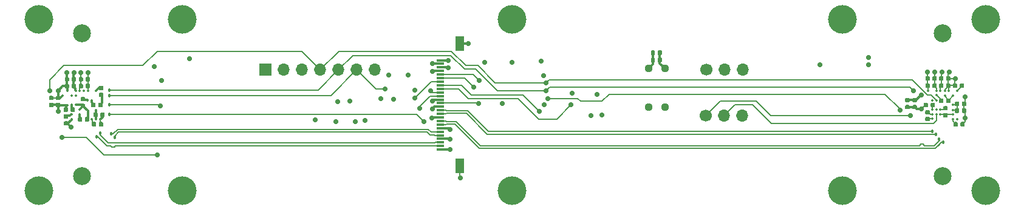
<source format=gbr>
G04 #@! TF.GenerationSoftware,KiCad,Pcbnew,5.99.0-unknown-3cd1208~100~ubuntu18.04.1*
G04 #@! TF.CreationDate,2019-09-26T13:34:42+08:00*
G04 #@! TF.ProjectId,external_camera,65787465-726e-4616-9c5f-63616d657261,rev?*
G04 #@! TF.SameCoordinates,Original*
G04 #@! TF.FileFunction,Copper,L6,Bot*
G04 #@! TF.FilePolarity,Positive*
%FSLAX46Y46*%
G04 Gerber Fmt 4.6, Leading zero omitted, Abs format (unit mm)*
G04 Created by KiCad (PCBNEW 5.99.0-unknown-3cd1208~100~ubuntu18.04.1) date 2019-09-26 13:34:42*
%MOMM*%
%LPD*%
G04 APERTURE LIST*
%ADD10O,1.700000X1.700000*%
%ADD11C,1.700000*%
%ADD12C,0.100000*%
%ADD13C,0.590000*%
%ADD14C,1.120000*%
%ADD15R,1.700000X1.700000*%
%ADD16C,2.500000*%
%ADD17R,1.300000X2.000000*%
%ADD18R,1.000000X0.300000*%
%ADD19C,0.711200*%
%ADD20C,0.355600*%
%ADD21C,0.457200*%
%ADD22C,4.000000*%
%ADD23C,0.203200*%
%ADD24C,0.304800*%
%ADD25C,0.152400*%
%ADD26C,0.177800*%
G04 APERTURE END LIST*
D10*
X137160000Y-85090000D03*
X134620000Y-85090000D03*
D11*
X132080000Y-85090000D03*
D12*
G36*
X124818946Y-83386228D02*
G01*
X124866798Y-83418202D01*
X124898772Y-83466054D01*
X124910000Y-83522500D01*
X124910000Y-83867500D01*
X124898772Y-83923946D01*
X124866798Y-83971798D01*
X124818946Y-84003772D01*
X124762500Y-84015000D01*
X124467500Y-84015000D01*
X124411054Y-84003772D01*
X124363202Y-83971798D01*
X124331228Y-83923946D01*
X124320000Y-83867500D01*
X124320000Y-83522500D01*
X124331228Y-83466054D01*
X124363202Y-83418202D01*
X124411054Y-83386228D01*
X124467500Y-83375000D01*
X124762500Y-83375000D01*
X124818946Y-83386228D01*
X124818946Y-83386228D01*
G37*
D13*
X124615000Y-83695000D03*
D12*
G36*
X125788946Y-83386228D02*
G01*
X125836798Y-83418202D01*
X125868772Y-83466054D01*
X125880000Y-83522500D01*
X125880000Y-83867500D01*
X125868772Y-83923946D01*
X125836798Y-83971798D01*
X125788946Y-84003772D01*
X125732500Y-84015000D01*
X125437500Y-84015000D01*
X125381054Y-84003772D01*
X125333202Y-83971798D01*
X125301228Y-83923946D01*
X125290000Y-83867500D01*
X125290000Y-83522500D01*
X125301228Y-83466054D01*
X125333202Y-83418202D01*
X125381054Y-83386228D01*
X125437500Y-83375000D01*
X125732500Y-83375000D01*
X125788946Y-83386228D01*
X125788946Y-83386228D01*
G37*
D13*
X125585000Y-83695000D03*
D12*
G36*
X124818946Y-82386228D02*
G01*
X124866798Y-82418202D01*
X124898772Y-82466054D01*
X124910000Y-82522500D01*
X124910000Y-82867500D01*
X124898772Y-82923946D01*
X124866798Y-82971798D01*
X124818946Y-83003772D01*
X124762500Y-83015000D01*
X124467500Y-83015000D01*
X124411054Y-83003772D01*
X124363202Y-82971798D01*
X124331228Y-82923946D01*
X124320000Y-82867500D01*
X124320000Y-82522500D01*
X124331228Y-82466054D01*
X124363202Y-82418202D01*
X124411054Y-82386228D01*
X124467500Y-82375000D01*
X124762500Y-82375000D01*
X124818946Y-82386228D01*
X124818946Y-82386228D01*
G37*
D13*
X124615000Y-82695000D03*
D12*
G36*
X125788946Y-82386228D02*
G01*
X125836798Y-82418202D01*
X125868772Y-82466054D01*
X125880000Y-82522500D01*
X125880000Y-82867500D01*
X125868772Y-82923946D01*
X125836798Y-82971798D01*
X125788946Y-83003772D01*
X125732500Y-83015000D01*
X125437500Y-83015000D01*
X125381054Y-83003772D01*
X125333202Y-82971798D01*
X125301228Y-82923946D01*
X125290000Y-82867500D01*
X125290000Y-82522500D01*
X125301228Y-82466054D01*
X125333202Y-82418202D01*
X125381054Y-82386228D01*
X125437500Y-82375000D01*
X125732500Y-82375000D01*
X125788946Y-82386228D01*
X125788946Y-82386228D01*
G37*
D13*
X125585000Y-82695000D03*
D14*
X126267436Y-84902272D03*
X124032564Y-84902272D03*
X126267436Y-90297728D03*
X124032564Y-90297728D03*
D10*
X85852000Y-85090000D03*
X83312000Y-85090000D03*
X80772000Y-85090000D03*
X78232000Y-85090000D03*
X75692000Y-85090000D03*
X73152000Y-85090000D03*
D15*
X70612000Y-85090000D03*
D10*
X137080000Y-91500000D03*
X134540000Y-91500000D03*
D11*
X132000000Y-91500000D03*
D12*
G36*
X165628946Y-90181228D02*
G01*
X165676798Y-90213202D01*
X165708772Y-90261054D01*
X165720000Y-90317500D01*
X165720000Y-90612500D01*
X165708772Y-90668946D01*
X165676798Y-90716798D01*
X165628946Y-90748772D01*
X165572500Y-90760000D01*
X165227500Y-90760000D01*
X165171054Y-90748772D01*
X165123202Y-90716798D01*
X165091228Y-90668946D01*
X165080000Y-90612500D01*
X165080000Y-90317500D01*
X165091228Y-90261054D01*
X165123202Y-90213202D01*
X165171054Y-90181228D01*
X165227500Y-90170000D01*
X165572500Y-90170000D01*
X165628946Y-90181228D01*
X165628946Y-90181228D01*
G37*
D13*
X165400000Y-90465000D03*
D12*
G36*
X165628946Y-91151228D02*
G01*
X165676798Y-91183202D01*
X165708772Y-91231054D01*
X165720000Y-91287500D01*
X165720000Y-91582500D01*
X165708772Y-91638946D01*
X165676798Y-91686798D01*
X165628946Y-91718772D01*
X165572500Y-91730000D01*
X165227500Y-91730000D01*
X165171054Y-91718772D01*
X165123202Y-91686798D01*
X165091228Y-91638946D01*
X165080000Y-91582500D01*
X165080000Y-91287500D01*
X165091228Y-91231054D01*
X165123202Y-91183202D01*
X165171054Y-91151228D01*
X165227500Y-91140000D01*
X165572500Y-91140000D01*
X165628946Y-91151228D01*
X165628946Y-91151228D01*
G37*
D13*
X165400000Y-91435000D03*
D12*
G36*
X165988946Y-86991228D02*
G01*
X166036798Y-87023202D01*
X166068772Y-87071054D01*
X166080000Y-87127500D01*
X166080000Y-87472500D01*
X166068772Y-87528946D01*
X166036798Y-87576798D01*
X165988946Y-87608772D01*
X165932500Y-87620000D01*
X165637500Y-87620000D01*
X165581054Y-87608772D01*
X165533202Y-87576798D01*
X165501228Y-87528946D01*
X165490000Y-87472500D01*
X165490000Y-87127500D01*
X165501228Y-87071054D01*
X165533202Y-87023202D01*
X165581054Y-86991228D01*
X165637500Y-86980000D01*
X165932500Y-86980000D01*
X165988946Y-86991228D01*
X165988946Y-86991228D01*
G37*
D13*
X165785000Y-87300000D03*
D12*
G36*
X165018946Y-86991228D02*
G01*
X165066798Y-87023202D01*
X165098772Y-87071054D01*
X165110000Y-87127500D01*
X165110000Y-87472500D01*
X165098772Y-87528946D01*
X165066798Y-87576798D01*
X165018946Y-87608772D01*
X164962500Y-87620000D01*
X164667500Y-87620000D01*
X164611054Y-87608772D01*
X164563202Y-87576798D01*
X164531228Y-87528946D01*
X164520000Y-87472500D01*
X164520000Y-87127500D01*
X164531228Y-87071054D01*
X164563202Y-87023202D01*
X164611054Y-86991228D01*
X164667500Y-86980000D01*
X164962500Y-86980000D01*
X165018946Y-86991228D01*
X165018946Y-86991228D01*
G37*
D13*
X164815000Y-87300000D03*
D12*
G36*
X165018946Y-89091228D02*
G01*
X165066798Y-89123202D01*
X165098772Y-89171054D01*
X165110000Y-89227500D01*
X165110000Y-89572500D01*
X165098772Y-89628946D01*
X165066798Y-89676798D01*
X165018946Y-89708772D01*
X164962500Y-89720000D01*
X164667500Y-89720000D01*
X164611054Y-89708772D01*
X164563202Y-89676798D01*
X164531228Y-89628946D01*
X164520000Y-89572500D01*
X164520000Y-89227500D01*
X164531228Y-89171054D01*
X164563202Y-89123202D01*
X164611054Y-89091228D01*
X164667500Y-89080000D01*
X164962500Y-89080000D01*
X165018946Y-89091228D01*
X165018946Y-89091228D01*
G37*
D13*
X164815000Y-89400000D03*
D12*
G36*
X165988946Y-89091228D02*
G01*
X166036798Y-89123202D01*
X166068772Y-89171054D01*
X166080000Y-89227500D01*
X166080000Y-89572500D01*
X166068772Y-89628946D01*
X166036798Y-89676798D01*
X165988946Y-89708772D01*
X165932500Y-89720000D01*
X165637500Y-89720000D01*
X165581054Y-89708772D01*
X165533202Y-89676798D01*
X165501228Y-89628946D01*
X165490000Y-89572500D01*
X165490000Y-89227500D01*
X165501228Y-89171054D01*
X165533202Y-89123202D01*
X165581054Y-89091228D01*
X165637500Y-89080000D01*
X165932500Y-89080000D01*
X165988946Y-89091228D01*
X165988946Y-89091228D01*
G37*
D13*
X165785000Y-89400000D03*
D12*
G36*
X165988946Y-85991228D02*
G01*
X166036798Y-86023202D01*
X166068772Y-86071054D01*
X166080000Y-86127500D01*
X166080000Y-86472500D01*
X166068772Y-86528946D01*
X166036798Y-86576798D01*
X165988946Y-86608772D01*
X165932500Y-86620000D01*
X165637500Y-86620000D01*
X165581054Y-86608772D01*
X165533202Y-86576798D01*
X165501228Y-86528946D01*
X165490000Y-86472500D01*
X165490000Y-86127500D01*
X165501228Y-86071054D01*
X165533202Y-86023202D01*
X165581054Y-85991228D01*
X165637500Y-85980000D01*
X165932500Y-85980000D01*
X165988946Y-85991228D01*
X165988946Y-85991228D01*
G37*
D13*
X165785000Y-86300000D03*
D12*
G36*
X165018946Y-85991228D02*
G01*
X165066798Y-86023202D01*
X165098772Y-86071054D01*
X165110000Y-86127500D01*
X165110000Y-86472500D01*
X165098772Y-86528946D01*
X165066798Y-86576798D01*
X165018946Y-86608772D01*
X164962500Y-86620000D01*
X164667500Y-86620000D01*
X164611054Y-86608772D01*
X164563202Y-86576798D01*
X164531228Y-86528946D01*
X164520000Y-86472500D01*
X164520000Y-86127500D01*
X164531228Y-86071054D01*
X164563202Y-86023202D01*
X164611054Y-85991228D01*
X164667500Y-85980000D01*
X164962500Y-85980000D01*
X165018946Y-85991228D01*
X165018946Y-85991228D01*
G37*
D13*
X164815000Y-86300000D03*
D12*
G36*
X167988946Y-92391228D02*
G01*
X168036798Y-92423202D01*
X168068772Y-92471054D01*
X168080000Y-92527500D01*
X168080000Y-92872500D01*
X168068772Y-92928946D01*
X168036798Y-92976798D01*
X167988946Y-93008772D01*
X167932500Y-93020000D01*
X167637500Y-93020000D01*
X167581054Y-93008772D01*
X167533202Y-92976798D01*
X167501228Y-92928946D01*
X167490000Y-92872500D01*
X167490000Y-92527500D01*
X167501228Y-92471054D01*
X167533202Y-92423202D01*
X167581054Y-92391228D01*
X167637500Y-92380000D01*
X167932500Y-92380000D01*
X167988946Y-92391228D01*
X167988946Y-92391228D01*
G37*
D13*
X167785000Y-92700000D03*
D12*
G36*
X167018946Y-92391228D02*
G01*
X167066798Y-92423202D01*
X167098772Y-92471054D01*
X167110000Y-92527500D01*
X167110000Y-92872500D01*
X167098772Y-92928946D01*
X167066798Y-92976798D01*
X167018946Y-93008772D01*
X166962500Y-93020000D01*
X166667500Y-93020000D01*
X166611054Y-93008772D01*
X166563202Y-92976798D01*
X166531228Y-92928946D01*
X166520000Y-92872500D01*
X166520000Y-92527500D01*
X166531228Y-92471054D01*
X166563202Y-92423202D01*
X166611054Y-92391228D01*
X166667500Y-92380000D01*
X166962500Y-92380000D01*
X167018946Y-92391228D01*
X167018946Y-92391228D01*
G37*
D13*
X166815000Y-92700000D03*
D12*
G36*
X163128946Y-91701228D02*
G01*
X163176798Y-91733202D01*
X163208772Y-91781054D01*
X163220000Y-91837500D01*
X163220000Y-92132500D01*
X163208772Y-92188946D01*
X163176798Y-92236798D01*
X163128946Y-92268772D01*
X163072500Y-92280000D01*
X162727500Y-92280000D01*
X162671054Y-92268772D01*
X162623202Y-92236798D01*
X162591228Y-92188946D01*
X162580000Y-92132500D01*
X162580000Y-91837500D01*
X162591228Y-91781054D01*
X162623202Y-91733202D01*
X162671054Y-91701228D01*
X162727500Y-91690000D01*
X163072500Y-91690000D01*
X163128946Y-91701228D01*
X163128946Y-91701228D01*
G37*
D13*
X162900000Y-91985000D03*
D12*
G36*
X163128946Y-90731228D02*
G01*
X163176798Y-90763202D01*
X163208772Y-90811054D01*
X163220000Y-90867500D01*
X163220000Y-91162500D01*
X163208772Y-91218946D01*
X163176798Y-91266798D01*
X163128946Y-91298772D01*
X163072500Y-91310000D01*
X162727500Y-91310000D01*
X162671054Y-91298772D01*
X162623202Y-91266798D01*
X162591228Y-91218946D01*
X162580000Y-91162500D01*
X162580000Y-90867500D01*
X162591228Y-90811054D01*
X162623202Y-90763202D01*
X162671054Y-90731228D01*
X162727500Y-90720000D01*
X163072500Y-90720000D01*
X163128946Y-90731228D01*
X163128946Y-90731228D01*
G37*
D13*
X162900000Y-91015000D03*
D12*
G36*
X166918946Y-86991228D02*
G01*
X166966798Y-87023202D01*
X166998772Y-87071054D01*
X167010000Y-87127500D01*
X167010000Y-87472500D01*
X166998772Y-87528946D01*
X166966798Y-87576798D01*
X166918946Y-87608772D01*
X166862500Y-87620000D01*
X166567500Y-87620000D01*
X166511054Y-87608772D01*
X166463202Y-87576798D01*
X166431228Y-87528946D01*
X166420000Y-87472500D01*
X166420000Y-87127500D01*
X166431228Y-87071054D01*
X166463202Y-87023202D01*
X166511054Y-86991228D01*
X166567500Y-86980000D01*
X166862500Y-86980000D01*
X166918946Y-86991228D01*
X166918946Y-86991228D01*
G37*
D13*
X166715000Y-87300000D03*
D12*
G36*
X167888946Y-86991228D02*
G01*
X167936798Y-87023202D01*
X167968772Y-87071054D01*
X167980000Y-87127500D01*
X167980000Y-87472500D01*
X167968772Y-87528946D01*
X167936798Y-87576798D01*
X167888946Y-87608772D01*
X167832500Y-87620000D01*
X167537500Y-87620000D01*
X167481054Y-87608772D01*
X167433202Y-87576798D01*
X167401228Y-87528946D01*
X167390000Y-87472500D01*
X167390000Y-87127500D01*
X167401228Y-87071054D01*
X167433202Y-87023202D01*
X167481054Y-86991228D01*
X167537500Y-86980000D01*
X167832500Y-86980000D01*
X167888946Y-86991228D01*
X167888946Y-86991228D01*
G37*
D13*
X167685000Y-87300000D03*
D12*
G36*
X162868946Y-89691228D02*
G01*
X162916798Y-89723202D01*
X162948772Y-89771054D01*
X162960000Y-89827500D01*
X162960000Y-90172500D01*
X162948772Y-90228946D01*
X162916798Y-90276798D01*
X162868946Y-90308772D01*
X162812500Y-90320000D01*
X162517500Y-90320000D01*
X162461054Y-90308772D01*
X162413202Y-90276798D01*
X162381228Y-90228946D01*
X162370000Y-90172500D01*
X162370000Y-89827500D01*
X162381228Y-89771054D01*
X162413202Y-89723202D01*
X162461054Y-89691228D01*
X162517500Y-89680000D01*
X162812500Y-89680000D01*
X162868946Y-89691228D01*
X162868946Y-89691228D01*
G37*
D13*
X162665000Y-90000000D03*
D12*
G36*
X163838946Y-89691228D02*
G01*
X163886798Y-89723202D01*
X163918772Y-89771054D01*
X163930000Y-89827500D01*
X163930000Y-90172500D01*
X163918772Y-90228946D01*
X163886798Y-90276798D01*
X163838946Y-90308772D01*
X163782500Y-90320000D01*
X163487500Y-90320000D01*
X163431054Y-90308772D01*
X163383202Y-90276798D01*
X163351228Y-90228946D01*
X163340000Y-90172500D01*
X163340000Y-89827500D01*
X163351228Y-89771054D01*
X163383202Y-89723202D01*
X163431054Y-89691228D01*
X163487500Y-89680000D01*
X163782500Y-89680000D01*
X163838946Y-89691228D01*
X163838946Y-89691228D01*
G37*
D13*
X163635000Y-90000000D03*
D12*
G36*
X161328946Y-90016228D02*
G01*
X161376798Y-90048202D01*
X161408772Y-90096054D01*
X161420000Y-90152500D01*
X161420000Y-90447500D01*
X161408772Y-90503946D01*
X161376798Y-90551798D01*
X161328946Y-90583772D01*
X161272500Y-90595000D01*
X160927500Y-90595000D01*
X160871054Y-90583772D01*
X160823202Y-90551798D01*
X160791228Y-90503946D01*
X160780000Y-90447500D01*
X160780000Y-90152500D01*
X160791228Y-90096054D01*
X160823202Y-90048202D01*
X160871054Y-90016228D01*
X160927500Y-90005000D01*
X161272500Y-90005000D01*
X161328946Y-90016228D01*
X161328946Y-90016228D01*
G37*
D13*
X161100000Y-90300000D03*
D12*
G36*
X161328946Y-89046228D02*
G01*
X161376798Y-89078202D01*
X161408772Y-89126054D01*
X161420000Y-89182500D01*
X161420000Y-89477500D01*
X161408772Y-89533946D01*
X161376798Y-89581798D01*
X161328946Y-89613772D01*
X161272500Y-89625000D01*
X160927500Y-89625000D01*
X160871054Y-89613772D01*
X160823202Y-89581798D01*
X160791228Y-89533946D01*
X160780000Y-89477500D01*
X160780000Y-89182500D01*
X160791228Y-89126054D01*
X160823202Y-89078202D01*
X160871054Y-89046228D01*
X160927500Y-89035000D01*
X161272500Y-89035000D01*
X161328946Y-89046228D01*
X161328946Y-89046228D01*
G37*
D13*
X161100000Y-89330000D03*
D12*
G36*
X168188946Y-89536228D02*
G01*
X168236798Y-89568202D01*
X168268772Y-89616054D01*
X168280000Y-89672500D01*
X168280000Y-90017500D01*
X168268772Y-90073946D01*
X168236798Y-90121798D01*
X168188946Y-90153772D01*
X168132500Y-90165000D01*
X167837500Y-90165000D01*
X167781054Y-90153772D01*
X167733202Y-90121798D01*
X167701228Y-90073946D01*
X167690000Y-90017500D01*
X167690000Y-89672500D01*
X167701228Y-89616054D01*
X167733202Y-89568202D01*
X167781054Y-89536228D01*
X167837500Y-89525000D01*
X168132500Y-89525000D01*
X168188946Y-89536228D01*
X168188946Y-89536228D01*
G37*
D13*
X167985000Y-89845000D03*
D12*
G36*
X167218946Y-89536228D02*
G01*
X167266798Y-89568202D01*
X167298772Y-89616054D01*
X167310000Y-89672500D01*
X167310000Y-90017500D01*
X167298772Y-90073946D01*
X167266798Y-90121798D01*
X167218946Y-90153772D01*
X167162500Y-90165000D01*
X166867500Y-90165000D01*
X166811054Y-90153772D01*
X166763202Y-90121798D01*
X166731228Y-90073946D01*
X166720000Y-90017500D01*
X166720000Y-89672500D01*
X166731228Y-89616054D01*
X166763202Y-89568202D01*
X166811054Y-89536228D01*
X166867500Y-89525000D01*
X167162500Y-89525000D01*
X167218946Y-89536228D01*
X167218946Y-89536228D01*
G37*
D13*
X167015000Y-89845000D03*
D12*
G36*
X164088946Y-86991228D02*
G01*
X164136798Y-87023202D01*
X164168772Y-87071054D01*
X164180000Y-87127500D01*
X164180000Y-87472500D01*
X164168772Y-87528946D01*
X164136798Y-87576798D01*
X164088946Y-87608772D01*
X164032500Y-87620000D01*
X163737500Y-87620000D01*
X163681054Y-87608772D01*
X163633202Y-87576798D01*
X163601228Y-87528946D01*
X163590000Y-87472500D01*
X163590000Y-87127500D01*
X163601228Y-87071054D01*
X163633202Y-87023202D01*
X163681054Y-86991228D01*
X163737500Y-86980000D01*
X164032500Y-86980000D01*
X164088946Y-86991228D01*
X164088946Y-86991228D01*
G37*
D13*
X163885000Y-87300000D03*
D12*
G36*
X163118946Y-86991228D02*
G01*
X163166798Y-87023202D01*
X163198772Y-87071054D01*
X163210000Y-87127500D01*
X163210000Y-87472500D01*
X163198772Y-87528946D01*
X163166798Y-87576798D01*
X163118946Y-87608772D01*
X163062500Y-87620000D01*
X162767500Y-87620000D01*
X162711054Y-87608772D01*
X162663202Y-87576798D01*
X162631228Y-87528946D01*
X162620000Y-87472500D01*
X162620000Y-87127500D01*
X162631228Y-87071054D01*
X162663202Y-87023202D01*
X162711054Y-86991228D01*
X162767500Y-86980000D01*
X163062500Y-86980000D01*
X163118946Y-86991228D01*
X163118946Y-86991228D01*
G37*
D13*
X162915000Y-87300000D03*
D12*
G36*
X160328946Y-90016228D02*
G01*
X160376798Y-90048202D01*
X160408772Y-90096054D01*
X160420000Y-90152500D01*
X160420000Y-90447500D01*
X160408772Y-90503946D01*
X160376798Y-90551798D01*
X160328946Y-90583772D01*
X160272500Y-90595000D01*
X159927500Y-90595000D01*
X159871054Y-90583772D01*
X159823202Y-90551798D01*
X159791228Y-90503946D01*
X159780000Y-90447500D01*
X159780000Y-90152500D01*
X159791228Y-90096054D01*
X159823202Y-90048202D01*
X159871054Y-90016228D01*
X159927500Y-90005000D01*
X160272500Y-90005000D01*
X160328946Y-90016228D01*
X160328946Y-90016228D01*
G37*
D13*
X160100000Y-90300000D03*
D12*
G36*
X160328946Y-89046228D02*
G01*
X160376798Y-89078202D01*
X160408772Y-89126054D01*
X160420000Y-89182500D01*
X160420000Y-89477500D01*
X160408772Y-89533946D01*
X160376798Y-89581798D01*
X160328946Y-89613772D01*
X160272500Y-89625000D01*
X159927500Y-89625000D01*
X159871054Y-89613772D01*
X159823202Y-89581798D01*
X159791228Y-89533946D01*
X159780000Y-89477500D01*
X159780000Y-89182500D01*
X159791228Y-89126054D01*
X159823202Y-89078202D01*
X159871054Y-89046228D01*
X159927500Y-89035000D01*
X160272500Y-89035000D01*
X160328946Y-89046228D01*
X160328946Y-89046228D01*
G37*
D13*
X160100000Y-89330000D03*
D12*
G36*
X168188946Y-90486228D02*
G01*
X168236798Y-90518202D01*
X168268772Y-90566054D01*
X168280000Y-90622500D01*
X168280000Y-90967500D01*
X168268772Y-91023946D01*
X168236798Y-91071798D01*
X168188946Y-91103772D01*
X168132500Y-91115000D01*
X167837500Y-91115000D01*
X167781054Y-91103772D01*
X167733202Y-91071798D01*
X167701228Y-91023946D01*
X167690000Y-90967500D01*
X167690000Y-90622500D01*
X167701228Y-90566054D01*
X167733202Y-90518202D01*
X167781054Y-90486228D01*
X167837500Y-90475000D01*
X168132500Y-90475000D01*
X168188946Y-90486228D01*
X168188946Y-90486228D01*
G37*
D13*
X167985000Y-90795000D03*
D12*
G36*
X167218946Y-90486228D02*
G01*
X167266798Y-90518202D01*
X167298772Y-90566054D01*
X167310000Y-90622500D01*
X167310000Y-90967500D01*
X167298772Y-91023946D01*
X167266798Y-91071798D01*
X167218946Y-91103772D01*
X167162500Y-91115000D01*
X166867500Y-91115000D01*
X166811054Y-91103772D01*
X166763202Y-91071798D01*
X166731228Y-91023946D01*
X166720000Y-90967500D01*
X166720000Y-90622500D01*
X166731228Y-90566054D01*
X166763202Y-90518202D01*
X166811054Y-90486228D01*
X166867500Y-90475000D01*
X167162500Y-90475000D01*
X167218946Y-90486228D01*
X167218946Y-90486228D01*
G37*
D13*
X167015000Y-90795000D03*
D12*
G36*
X164088946Y-85991228D02*
G01*
X164136798Y-86023202D01*
X164168772Y-86071054D01*
X164180000Y-86127500D01*
X164180000Y-86472500D01*
X164168772Y-86528946D01*
X164136798Y-86576798D01*
X164088946Y-86608772D01*
X164032500Y-86620000D01*
X163737500Y-86620000D01*
X163681054Y-86608772D01*
X163633202Y-86576798D01*
X163601228Y-86528946D01*
X163590000Y-86472500D01*
X163590000Y-86127500D01*
X163601228Y-86071054D01*
X163633202Y-86023202D01*
X163681054Y-85991228D01*
X163737500Y-85980000D01*
X164032500Y-85980000D01*
X164088946Y-85991228D01*
X164088946Y-85991228D01*
G37*
D13*
X163885000Y-86300000D03*
D12*
G36*
X163118946Y-85991228D02*
G01*
X163166798Y-86023202D01*
X163198772Y-86071054D01*
X163210000Y-86127500D01*
X163210000Y-86472500D01*
X163198772Y-86528946D01*
X163166798Y-86576798D01*
X163118946Y-86608772D01*
X163062500Y-86620000D01*
X162767500Y-86620000D01*
X162711054Y-86608772D01*
X162663202Y-86576798D01*
X162631228Y-86528946D01*
X162620000Y-86472500D01*
X162620000Y-86127500D01*
X162631228Y-86071054D01*
X162663202Y-86023202D01*
X162711054Y-85991228D01*
X162767500Y-85980000D01*
X163062500Y-85980000D01*
X163118946Y-85991228D01*
X163118946Y-85991228D01*
G37*
D13*
X162915000Y-86300000D03*
D12*
G36*
X45938946Y-91691228D02*
G01*
X45986798Y-91723202D01*
X46018772Y-91771054D01*
X46030000Y-91827500D01*
X46030000Y-92172500D01*
X46018772Y-92228946D01*
X45986798Y-92276798D01*
X45938946Y-92308772D01*
X45882500Y-92320000D01*
X45587500Y-92320000D01*
X45531054Y-92308772D01*
X45483202Y-92276798D01*
X45451228Y-92228946D01*
X45440000Y-92172500D01*
X45440000Y-91827500D01*
X45451228Y-91771054D01*
X45483202Y-91723202D01*
X45531054Y-91691228D01*
X45587500Y-91680000D01*
X45882500Y-91680000D01*
X45938946Y-91691228D01*
X45938946Y-91691228D01*
G37*
D13*
X45735000Y-92000000D03*
D12*
G36*
X44968946Y-91691228D02*
G01*
X45016798Y-91723202D01*
X45048772Y-91771054D01*
X45060000Y-91827500D01*
X45060000Y-92172500D01*
X45048772Y-92228946D01*
X45016798Y-92276798D01*
X44968946Y-92308772D01*
X44912500Y-92320000D01*
X44617500Y-92320000D01*
X44561054Y-92308772D01*
X44513202Y-92276798D01*
X44481228Y-92228946D01*
X44470000Y-92172500D01*
X44470000Y-91827500D01*
X44481228Y-91771054D01*
X44513202Y-91723202D01*
X44561054Y-91691228D01*
X44617500Y-91680000D01*
X44912500Y-91680000D01*
X44968946Y-91691228D01*
X44968946Y-91691228D01*
G37*
D13*
X44765000Y-92000000D03*
D12*
G36*
X47788946Y-89691228D02*
G01*
X47836798Y-89723202D01*
X47868772Y-89771054D01*
X47880000Y-89827500D01*
X47880000Y-90172500D01*
X47868772Y-90228946D01*
X47836798Y-90276798D01*
X47788946Y-90308772D01*
X47732500Y-90320000D01*
X47437500Y-90320000D01*
X47381054Y-90308772D01*
X47333202Y-90276798D01*
X47301228Y-90228946D01*
X47290000Y-90172500D01*
X47290000Y-89827500D01*
X47301228Y-89771054D01*
X47333202Y-89723202D01*
X47381054Y-89691228D01*
X47437500Y-89680000D01*
X47732500Y-89680000D01*
X47788946Y-89691228D01*
X47788946Y-89691228D01*
G37*
D13*
X47585000Y-90000000D03*
D12*
G36*
X46818946Y-89691228D02*
G01*
X46866798Y-89723202D01*
X46898772Y-89771054D01*
X46910000Y-89827500D01*
X46910000Y-90172500D01*
X46898772Y-90228946D01*
X46866798Y-90276798D01*
X46818946Y-90308772D01*
X46762500Y-90320000D01*
X46467500Y-90320000D01*
X46411054Y-90308772D01*
X46363202Y-90276798D01*
X46331228Y-90228946D01*
X46320000Y-90172500D01*
X46320000Y-89827500D01*
X46331228Y-89771054D01*
X46363202Y-89723202D01*
X46411054Y-89691228D01*
X46467500Y-89680000D01*
X46762500Y-89680000D01*
X46818946Y-89691228D01*
X46818946Y-89691228D01*
G37*
D13*
X46615000Y-90000000D03*
D12*
G36*
X47888946Y-92391228D02*
G01*
X47936798Y-92423202D01*
X47968772Y-92471054D01*
X47980000Y-92527500D01*
X47980000Y-92872500D01*
X47968772Y-92928946D01*
X47936798Y-92976798D01*
X47888946Y-93008772D01*
X47832500Y-93020000D01*
X47537500Y-93020000D01*
X47481054Y-93008772D01*
X47433202Y-92976798D01*
X47401228Y-92928946D01*
X47390000Y-92872500D01*
X47390000Y-92527500D01*
X47401228Y-92471054D01*
X47433202Y-92423202D01*
X47481054Y-92391228D01*
X47537500Y-92380000D01*
X47832500Y-92380000D01*
X47888946Y-92391228D01*
X47888946Y-92391228D01*
G37*
D13*
X47685000Y-92700000D03*
D12*
G36*
X46918946Y-92391228D02*
G01*
X46966798Y-92423202D01*
X46998772Y-92471054D01*
X47010000Y-92527500D01*
X47010000Y-92872500D01*
X46998772Y-92928946D01*
X46966798Y-92976798D01*
X46918946Y-93008772D01*
X46862500Y-93020000D01*
X46567500Y-93020000D01*
X46511054Y-93008772D01*
X46463202Y-92976798D01*
X46431228Y-92928946D01*
X46420000Y-92872500D01*
X46420000Y-92527500D01*
X46431228Y-92471054D01*
X46463202Y-92423202D01*
X46511054Y-92391228D01*
X46567500Y-92380000D01*
X46862500Y-92380000D01*
X46918946Y-92391228D01*
X46918946Y-92391228D01*
G37*
D13*
X46715000Y-92700000D03*
D12*
G36*
X42968946Y-90341228D02*
G01*
X43016798Y-90373202D01*
X43048772Y-90421054D01*
X43060000Y-90477500D01*
X43060000Y-90822500D01*
X43048772Y-90878946D01*
X43016798Y-90926798D01*
X42968946Y-90958772D01*
X42912500Y-90970000D01*
X42617500Y-90970000D01*
X42561054Y-90958772D01*
X42513202Y-90926798D01*
X42481228Y-90878946D01*
X42470000Y-90822500D01*
X42470000Y-90477500D01*
X42481228Y-90421054D01*
X42513202Y-90373202D01*
X42561054Y-90341228D01*
X42617500Y-90330000D01*
X42912500Y-90330000D01*
X42968946Y-90341228D01*
X42968946Y-90341228D01*
G37*
D13*
X42765000Y-90650000D03*
D12*
G36*
X43938946Y-90341228D02*
G01*
X43986798Y-90373202D01*
X44018772Y-90421054D01*
X44030000Y-90477500D01*
X44030000Y-90822500D01*
X44018772Y-90878946D01*
X43986798Y-90926798D01*
X43938946Y-90958772D01*
X43882500Y-90970000D01*
X43587500Y-90970000D01*
X43531054Y-90958772D01*
X43483202Y-90926798D01*
X43451228Y-90878946D01*
X43440000Y-90822500D01*
X43440000Y-90477500D01*
X43451228Y-90421054D01*
X43483202Y-90373202D01*
X43531054Y-90341228D01*
X43587500Y-90330000D01*
X43882500Y-90330000D01*
X43938946Y-90341228D01*
X43938946Y-90341228D01*
G37*
D13*
X43735000Y-90650000D03*
D12*
G36*
X45378946Y-89851228D02*
G01*
X45426798Y-89883202D01*
X45458772Y-89931054D01*
X45470000Y-89987500D01*
X45470000Y-90282500D01*
X45458772Y-90338946D01*
X45426798Y-90386798D01*
X45378946Y-90418772D01*
X45322500Y-90430000D01*
X44977500Y-90430000D01*
X44921054Y-90418772D01*
X44873202Y-90386798D01*
X44841228Y-90338946D01*
X44830000Y-90282500D01*
X44830000Y-89987500D01*
X44841228Y-89931054D01*
X44873202Y-89883202D01*
X44921054Y-89851228D01*
X44977500Y-89840000D01*
X45322500Y-89840000D01*
X45378946Y-89851228D01*
X45378946Y-89851228D01*
G37*
D13*
X45150000Y-90135000D03*
D12*
G36*
X45378946Y-88881228D02*
G01*
X45426798Y-88913202D01*
X45458772Y-88961054D01*
X45470000Y-89017500D01*
X45470000Y-89312500D01*
X45458772Y-89368946D01*
X45426798Y-89416798D01*
X45378946Y-89448772D01*
X45322500Y-89460000D01*
X44977500Y-89460000D01*
X44921054Y-89448772D01*
X44873202Y-89416798D01*
X44841228Y-89368946D01*
X44830000Y-89312500D01*
X44830000Y-89017500D01*
X44841228Y-88961054D01*
X44873202Y-88913202D01*
X44921054Y-88881228D01*
X44977500Y-88870000D01*
X45322500Y-88870000D01*
X45378946Y-88881228D01*
X45378946Y-88881228D01*
G37*
D13*
X45150000Y-89165000D03*
D12*
G36*
X47928946Y-88301228D02*
G01*
X47976798Y-88333202D01*
X48008772Y-88381054D01*
X48020000Y-88437500D01*
X48020000Y-88732500D01*
X48008772Y-88788946D01*
X47976798Y-88836798D01*
X47928946Y-88868772D01*
X47872500Y-88880000D01*
X47527500Y-88880000D01*
X47471054Y-88868772D01*
X47423202Y-88836798D01*
X47391228Y-88788946D01*
X47380000Y-88732500D01*
X47380000Y-88437500D01*
X47391228Y-88381054D01*
X47423202Y-88333202D01*
X47471054Y-88301228D01*
X47527500Y-88290000D01*
X47872500Y-88290000D01*
X47928946Y-88301228D01*
X47928946Y-88301228D01*
G37*
D13*
X47700000Y-88585000D03*
D12*
G36*
X47928946Y-87331228D02*
G01*
X47976798Y-87363202D01*
X48008772Y-87411054D01*
X48020000Y-87467500D01*
X48020000Y-87762500D01*
X48008772Y-87818946D01*
X47976798Y-87866798D01*
X47928946Y-87898772D01*
X47872500Y-87910000D01*
X47527500Y-87910000D01*
X47471054Y-87898772D01*
X47423202Y-87866798D01*
X47391228Y-87818946D01*
X47380000Y-87762500D01*
X47380000Y-87467500D01*
X47391228Y-87411054D01*
X47423202Y-87363202D01*
X47471054Y-87331228D01*
X47527500Y-87320000D01*
X47872500Y-87320000D01*
X47928946Y-87331228D01*
X47928946Y-87331228D01*
G37*
D13*
X47700000Y-87615000D03*
D12*
G36*
X46038946Y-87041228D02*
G01*
X46086798Y-87073202D01*
X46118772Y-87121054D01*
X46130000Y-87177500D01*
X46130000Y-87522500D01*
X46118772Y-87578946D01*
X46086798Y-87626798D01*
X46038946Y-87658772D01*
X45982500Y-87670000D01*
X45687500Y-87670000D01*
X45631054Y-87658772D01*
X45583202Y-87626798D01*
X45551228Y-87578946D01*
X45540000Y-87522500D01*
X45540000Y-87177500D01*
X45551228Y-87121054D01*
X45583202Y-87073202D01*
X45631054Y-87041228D01*
X45687500Y-87030000D01*
X45982500Y-87030000D01*
X46038946Y-87041228D01*
X46038946Y-87041228D01*
G37*
D13*
X45835000Y-87350000D03*
D12*
G36*
X45068946Y-87041228D02*
G01*
X45116798Y-87073202D01*
X45148772Y-87121054D01*
X45160000Y-87177500D01*
X45160000Y-87522500D01*
X45148772Y-87578946D01*
X45116798Y-87626798D01*
X45068946Y-87658772D01*
X45012500Y-87670000D01*
X44717500Y-87670000D01*
X44661054Y-87658772D01*
X44613202Y-87626798D01*
X44581228Y-87578946D01*
X44570000Y-87522500D01*
X44570000Y-87177500D01*
X44581228Y-87121054D01*
X44613202Y-87073202D01*
X44661054Y-87041228D01*
X44717500Y-87030000D01*
X45012500Y-87030000D01*
X45068946Y-87041228D01*
X45068946Y-87041228D01*
G37*
D13*
X44865000Y-87350000D03*
D12*
G36*
X41928946Y-89716228D02*
G01*
X41976798Y-89748202D01*
X42008772Y-89796054D01*
X42020000Y-89852500D01*
X42020000Y-90147500D01*
X42008772Y-90203946D01*
X41976798Y-90251798D01*
X41928946Y-90283772D01*
X41872500Y-90295000D01*
X41527500Y-90295000D01*
X41471054Y-90283772D01*
X41423202Y-90251798D01*
X41391228Y-90203946D01*
X41380000Y-90147500D01*
X41380000Y-89852500D01*
X41391228Y-89796054D01*
X41423202Y-89748202D01*
X41471054Y-89716228D01*
X41527500Y-89705000D01*
X41872500Y-89705000D01*
X41928946Y-89716228D01*
X41928946Y-89716228D01*
G37*
D13*
X41700000Y-90000000D03*
D12*
G36*
X41928946Y-88746228D02*
G01*
X41976798Y-88778202D01*
X42008772Y-88826054D01*
X42020000Y-88882500D01*
X42020000Y-89177500D01*
X42008772Y-89233946D01*
X41976798Y-89281798D01*
X41928946Y-89313772D01*
X41872500Y-89325000D01*
X41527500Y-89325000D01*
X41471054Y-89313772D01*
X41423202Y-89281798D01*
X41391228Y-89233946D01*
X41380000Y-89177500D01*
X41380000Y-88882500D01*
X41391228Y-88826054D01*
X41423202Y-88778202D01*
X41471054Y-88746228D01*
X41527500Y-88735000D01*
X41872500Y-88735000D01*
X41928946Y-88746228D01*
X41928946Y-88746228D01*
G37*
D13*
X41700000Y-89030000D03*
D12*
G36*
X48088946Y-91041228D02*
G01*
X48136798Y-91073202D01*
X48168772Y-91121054D01*
X48180000Y-91177500D01*
X48180000Y-91522500D01*
X48168772Y-91578946D01*
X48136798Y-91626798D01*
X48088946Y-91658772D01*
X48032500Y-91670000D01*
X47737500Y-91670000D01*
X47681054Y-91658772D01*
X47633202Y-91626798D01*
X47601228Y-91578946D01*
X47590000Y-91522500D01*
X47590000Y-91177500D01*
X47601228Y-91121054D01*
X47633202Y-91073202D01*
X47681054Y-91041228D01*
X47737500Y-91030000D01*
X48032500Y-91030000D01*
X48088946Y-91041228D01*
X48088946Y-91041228D01*
G37*
D13*
X47885000Y-91350000D03*
D12*
G36*
X47118946Y-91041228D02*
G01*
X47166798Y-91073202D01*
X47198772Y-91121054D01*
X47210000Y-91177500D01*
X47210000Y-91522500D01*
X47198772Y-91578946D01*
X47166798Y-91626798D01*
X47118946Y-91658772D01*
X47062500Y-91670000D01*
X46767500Y-91670000D01*
X46711054Y-91658772D01*
X46663202Y-91626798D01*
X46631228Y-91578946D01*
X46620000Y-91522500D01*
X46620000Y-91177500D01*
X46631228Y-91121054D01*
X46663202Y-91073202D01*
X46711054Y-91041228D01*
X46767500Y-91030000D01*
X47062500Y-91030000D01*
X47118946Y-91041228D01*
X47118946Y-91041228D01*
G37*
D13*
X46915000Y-91350000D03*
D12*
G36*
X44088946Y-87051228D02*
G01*
X44136798Y-87083202D01*
X44168772Y-87131054D01*
X44180000Y-87187500D01*
X44180000Y-87532500D01*
X44168772Y-87588946D01*
X44136798Y-87636798D01*
X44088946Y-87668772D01*
X44032500Y-87680000D01*
X43737500Y-87680000D01*
X43681054Y-87668772D01*
X43633202Y-87636798D01*
X43601228Y-87588946D01*
X43590000Y-87532500D01*
X43590000Y-87187500D01*
X43601228Y-87131054D01*
X43633202Y-87083202D01*
X43681054Y-87051228D01*
X43737500Y-87040000D01*
X44032500Y-87040000D01*
X44088946Y-87051228D01*
X44088946Y-87051228D01*
G37*
D13*
X43885000Y-87360000D03*
D12*
G36*
X43118946Y-87051228D02*
G01*
X43166798Y-87083202D01*
X43198772Y-87131054D01*
X43210000Y-87187500D01*
X43210000Y-87532500D01*
X43198772Y-87588946D01*
X43166798Y-87636798D01*
X43118946Y-87668772D01*
X43062500Y-87680000D01*
X42767500Y-87680000D01*
X42711054Y-87668772D01*
X42663202Y-87636798D01*
X42631228Y-87588946D01*
X42620000Y-87532500D01*
X42620000Y-87187500D01*
X42631228Y-87131054D01*
X42663202Y-87083202D01*
X42711054Y-87051228D01*
X42767500Y-87040000D01*
X43062500Y-87040000D01*
X43118946Y-87051228D01*
X43118946Y-87051228D01*
G37*
D13*
X42915000Y-87360000D03*
D12*
G36*
X46038946Y-86091228D02*
G01*
X46086798Y-86123202D01*
X46118772Y-86171054D01*
X46130000Y-86227500D01*
X46130000Y-86572500D01*
X46118772Y-86628946D01*
X46086798Y-86676798D01*
X46038946Y-86708772D01*
X45982500Y-86720000D01*
X45687500Y-86720000D01*
X45631054Y-86708772D01*
X45583202Y-86676798D01*
X45551228Y-86628946D01*
X45540000Y-86572500D01*
X45540000Y-86227500D01*
X45551228Y-86171054D01*
X45583202Y-86123202D01*
X45631054Y-86091228D01*
X45687500Y-86080000D01*
X45982500Y-86080000D01*
X46038946Y-86091228D01*
X46038946Y-86091228D01*
G37*
D13*
X45835000Y-86400000D03*
D12*
G36*
X45068946Y-86091228D02*
G01*
X45116798Y-86123202D01*
X45148772Y-86171054D01*
X45160000Y-86227500D01*
X45160000Y-86572500D01*
X45148772Y-86628946D01*
X45116798Y-86676798D01*
X45068946Y-86708772D01*
X45012500Y-86720000D01*
X44717500Y-86720000D01*
X44661054Y-86708772D01*
X44613202Y-86676798D01*
X44581228Y-86628946D01*
X44570000Y-86572500D01*
X44570000Y-86227500D01*
X44581228Y-86171054D01*
X44613202Y-86123202D01*
X44661054Y-86091228D01*
X44717500Y-86080000D01*
X45012500Y-86080000D01*
X45068946Y-86091228D01*
X45068946Y-86091228D01*
G37*
D13*
X44865000Y-86400000D03*
D12*
G36*
X40978946Y-89716230D02*
G01*
X41026798Y-89748204D01*
X41058772Y-89796056D01*
X41070000Y-89852502D01*
X41070000Y-90147502D01*
X41058772Y-90203948D01*
X41026798Y-90251800D01*
X40978946Y-90283774D01*
X40922500Y-90295002D01*
X40577500Y-90295002D01*
X40521054Y-90283774D01*
X40473202Y-90251800D01*
X40441228Y-90203948D01*
X40430000Y-90147502D01*
X40430000Y-89852502D01*
X40441228Y-89796056D01*
X40473202Y-89748204D01*
X40521054Y-89716230D01*
X40577500Y-89705002D01*
X40922500Y-89705002D01*
X40978946Y-89716230D01*
X40978946Y-89716230D01*
G37*
D13*
X40750000Y-90000002D03*
D12*
G36*
X40978946Y-88746230D02*
G01*
X41026798Y-88778204D01*
X41058772Y-88826056D01*
X41070000Y-88882502D01*
X41070000Y-89177502D01*
X41058772Y-89233948D01*
X41026798Y-89281800D01*
X40978946Y-89313774D01*
X40922500Y-89325002D01*
X40577500Y-89325002D01*
X40521054Y-89313774D01*
X40473202Y-89281800D01*
X40441228Y-89233948D01*
X40430000Y-89177502D01*
X40430000Y-88882502D01*
X40441228Y-88826056D01*
X40473202Y-88778204D01*
X40521054Y-88746230D01*
X40577500Y-88735002D01*
X40922500Y-88735002D01*
X40978946Y-88746230D01*
X40978946Y-88746230D01*
G37*
D13*
X40750000Y-89030002D03*
D12*
G36*
X43028946Y-92301228D02*
G01*
X43076798Y-92333202D01*
X43108772Y-92381054D01*
X43120000Y-92437500D01*
X43120000Y-92732500D01*
X43108772Y-92788946D01*
X43076798Y-92836798D01*
X43028946Y-92868772D01*
X42972500Y-92880000D01*
X42627500Y-92880000D01*
X42571054Y-92868772D01*
X42523202Y-92836798D01*
X42491228Y-92788946D01*
X42480000Y-92732500D01*
X42480000Y-92437500D01*
X42491228Y-92381054D01*
X42523202Y-92333202D01*
X42571054Y-92301228D01*
X42627500Y-92290000D01*
X42972500Y-92290000D01*
X43028946Y-92301228D01*
X43028946Y-92301228D01*
G37*
D13*
X42800000Y-92585000D03*
D12*
G36*
X43028946Y-91331228D02*
G01*
X43076798Y-91363202D01*
X43108772Y-91411054D01*
X43120000Y-91467500D01*
X43120000Y-91762500D01*
X43108772Y-91818946D01*
X43076798Y-91866798D01*
X43028946Y-91898772D01*
X42972500Y-91910000D01*
X42627500Y-91910000D01*
X42571054Y-91898772D01*
X42523202Y-91866798D01*
X42491228Y-91818946D01*
X42480000Y-91762500D01*
X42480000Y-91467500D01*
X42491228Y-91411054D01*
X42523202Y-91363202D01*
X42571054Y-91331228D01*
X42627500Y-91320000D01*
X42972500Y-91320000D01*
X43028946Y-91331228D01*
X43028946Y-91331228D01*
G37*
D13*
X42800000Y-91615000D03*
D12*
G36*
X44088946Y-86091228D02*
G01*
X44136798Y-86123202D01*
X44168772Y-86171054D01*
X44180000Y-86227500D01*
X44180000Y-86572500D01*
X44168772Y-86628946D01*
X44136798Y-86676798D01*
X44088946Y-86708772D01*
X44032500Y-86720000D01*
X43737500Y-86720000D01*
X43681054Y-86708772D01*
X43633202Y-86676798D01*
X43601228Y-86628946D01*
X43590000Y-86572500D01*
X43590000Y-86227500D01*
X43601228Y-86171054D01*
X43633202Y-86123202D01*
X43681054Y-86091228D01*
X43737500Y-86080000D01*
X44032500Y-86080000D01*
X44088946Y-86091228D01*
X44088946Y-86091228D01*
G37*
D13*
X43885000Y-86400000D03*
D12*
G36*
X43118946Y-86091228D02*
G01*
X43166798Y-86123202D01*
X43198772Y-86171054D01*
X43210000Y-86227500D01*
X43210000Y-86572500D01*
X43198772Y-86628946D01*
X43166798Y-86676798D01*
X43118946Y-86708772D01*
X43062500Y-86720000D01*
X42767500Y-86720000D01*
X42711054Y-86708772D01*
X42663202Y-86676798D01*
X42631228Y-86628946D01*
X42620000Y-86572500D01*
X42620000Y-86227500D01*
X42631228Y-86171054D01*
X42663202Y-86123202D01*
X42711054Y-86091228D01*
X42767500Y-86080000D01*
X43062500Y-86080000D01*
X43118946Y-86091228D01*
X43118946Y-86091228D01*
G37*
D13*
X42915000Y-86400000D03*
D16*
X165000000Y-100000000D03*
X165000000Y-80000000D03*
X45000000Y-100000000D03*
X45000000Y-80000000D03*
D17*
X97700000Y-98550000D03*
X97700000Y-81450000D03*
D18*
X95000000Y-96250000D03*
X95000000Y-95750000D03*
X95000000Y-95250000D03*
X95000000Y-94750000D03*
X95000000Y-94250000D03*
X95000000Y-93750000D03*
X95000000Y-93250000D03*
X95000000Y-92750000D03*
X95000000Y-92250000D03*
X95000000Y-91750000D03*
X95000000Y-91250000D03*
X95000000Y-90750000D03*
X95000000Y-90250000D03*
X95000000Y-89750000D03*
X95000000Y-89250000D03*
X95000000Y-88750000D03*
X95000000Y-88250000D03*
X95000000Y-87750000D03*
X95000000Y-87250000D03*
X95000000Y-86750000D03*
X95000000Y-86250000D03*
X95000000Y-85750000D03*
X95000000Y-85250000D03*
X95000000Y-84750000D03*
X95000000Y-84250000D03*
X95000000Y-83750000D03*
D19*
X55500000Y-97000000D03*
X116000000Y-91500000D03*
X117500000Y-91400000D03*
X108800000Y-90900000D03*
X113200000Y-90000000D03*
X97800000Y-100200000D03*
X82400000Y-89500000D03*
X80675000Y-89525000D03*
X92100000Y-90500000D03*
X93600000Y-88000000D03*
X55925000Y-90175000D03*
X86700000Y-89100000D03*
X88500000Y-89200000D03*
X83100000Y-92300000D03*
X84512500Y-92187500D03*
X77500000Y-92100000D03*
X80400000Y-92300000D03*
X113350000Y-88350000D03*
X116850000Y-88500000D03*
X162000000Y-88650000D03*
D20*
X42350000Y-88700000D03*
D19*
X43500000Y-93100000D03*
X93850000Y-89500000D03*
X93850000Y-90550000D03*
X100300000Y-89800000D03*
X96100000Y-83800000D03*
X60000000Y-83500000D03*
X41700000Y-88000000D03*
X40500000Y-88000000D03*
D21*
X165050000Y-95250000D03*
X164500000Y-94800000D03*
X164050000Y-94150000D03*
D19*
X160500000Y-91500000D03*
X166800000Y-86300000D03*
X168100000Y-91800000D03*
D20*
X167000000Y-92000000D03*
X166400000Y-91320001D03*
X166400000Y-92000000D03*
X163600000Y-90650000D03*
X164700000Y-90650000D03*
X164150000Y-91300000D03*
X164150000Y-90650000D03*
X165300000Y-88665785D03*
D19*
X168100000Y-88900000D03*
X165900000Y-85400000D03*
X164900000Y-85400000D03*
X162900000Y-85400000D03*
D20*
X163000000Y-88000000D03*
X167000000Y-88000000D03*
X165850000Y-88000000D03*
X165299469Y-88000000D03*
X164152442Y-87997558D03*
X164700000Y-88000000D03*
D19*
X163900000Y-85400000D03*
X160900000Y-88000000D03*
X159100000Y-90700000D03*
X162000000Y-90600000D03*
X56100000Y-86600000D03*
X154700000Y-83400000D03*
X154700000Y-84400000D03*
X147900000Y-84400000D03*
X109500000Y-90000000D03*
X109400000Y-85900000D03*
X109000000Y-83900000D03*
X105000000Y-84000000D03*
X101200000Y-84000000D03*
X98900000Y-81400000D03*
X96100000Y-84800000D03*
X93900000Y-84200000D03*
X93900000Y-85300000D03*
D21*
X163600000Y-93700000D03*
D19*
X96300000Y-96200000D03*
X96300000Y-94800000D03*
X93800000Y-91800000D03*
D20*
X46400000Y-89350000D03*
X45806023Y-89341620D03*
X43550000Y-88700000D03*
X42999072Y-90049104D03*
X44700000Y-90650000D03*
X46999104Y-90699072D03*
X45300000Y-88000000D03*
X43600000Y-90000000D03*
X44150000Y-90000000D03*
X43550000Y-92000000D03*
D22*
X39000000Y-78000000D03*
X39000000Y-102000000D03*
X171000000Y-102000000D03*
X171000000Y-78000000D03*
X59000000Y-78000000D03*
X59000000Y-102000000D03*
X151000000Y-102000000D03*
X151000000Y-78000000D03*
X105000000Y-102000000D03*
X105000000Y-78000000D03*
D20*
X164150000Y-88650000D03*
X166400000Y-89950000D03*
X166409957Y-90688895D03*
X166450000Y-88700000D03*
X164700000Y-91300000D03*
X163550000Y-89350000D03*
X163554855Y-91955602D03*
X163600000Y-91300000D03*
X164150000Y-89350000D03*
D21*
X47066513Y-94433487D03*
X47533487Y-93966513D03*
X49133026Y-94066513D03*
X49600000Y-94533487D03*
D19*
X42200000Y-94500000D03*
X41700000Y-90900000D03*
D20*
X44152442Y-87997558D03*
X43000000Y-88000000D03*
D19*
X44900000Y-85500000D03*
X45900000Y-85500000D03*
X43900000Y-85500000D03*
X42900000Y-85500000D03*
D20*
X44700000Y-88000000D03*
X45850000Y-88000000D03*
X44150000Y-88700000D03*
X47000000Y-88000000D03*
X45850000Y-91300000D03*
X44700889Y-91299111D03*
X43550373Y-91299627D03*
X47000000Y-92000000D03*
X46400000Y-92000000D03*
X47600000Y-92000000D03*
D21*
X47800000Y-89300000D03*
X48850000Y-91300000D03*
X48850000Y-90000000D03*
X48850000Y-88700000D03*
X48850000Y-87900000D03*
D19*
X55100000Y-84600000D03*
X87300000Y-87800000D03*
X90500000Y-85800000D03*
X87800000Y-85800000D03*
X96300000Y-93400000D03*
X92700000Y-92300000D03*
X100400000Y-86600000D03*
X99600000Y-87500000D03*
X103600000Y-89800000D03*
X109700000Y-86900000D03*
X109700000Y-88000000D03*
X110000000Y-89100000D03*
X91400000Y-87900000D03*
X91400000Y-89000000D03*
D23*
X45600000Y-94500000D02*
X42200000Y-94500000D01*
X55500000Y-97000000D02*
X48100000Y-97000000D01*
X48100000Y-97000000D02*
X45600000Y-94500000D01*
X114500000Y-89500000D02*
X117500000Y-89500000D01*
X118500000Y-88500000D02*
X157000000Y-88500000D01*
X117500000Y-89500000D02*
X118500000Y-88500000D01*
X110000000Y-89100000D02*
X114100000Y-89100000D01*
X157000000Y-88500000D02*
X159000000Y-90500000D01*
X114100000Y-89100000D02*
X114500000Y-89500000D01*
X159000000Y-90600000D02*
X159100000Y-90700000D01*
X159000000Y-90500000D02*
X159000000Y-90600000D01*
X160800000Y-86500000D02*
X110100000Y-86500000D01*
X162300000Y-88000000D02*
X160800000Y-86500000D01*
X110100000Y-86500000D02*
X109700000Y-86900000D01*
X160400000Y-87500000D02*
X110200000Y-87500000D01*
X160900000Y-88000000D02*
X160400000Y-87500000D01*
X110200000Y-87500000D02*
X109700000Y-88000000D01*
X141000000Y-91500000D02*
X139000000Y-89500000D01*
X155300000Y-91500000D02*
X141000000Y-91500000D01*
X134000000Y-89500000D02*
X132000000Y-91500000D01*
X139000000Y-89500000D02*
X134000000Y-89500000D01*
X138500000Y-90000000D02*
X141100000Y-92600000D01*
X141100000Y-92600000D02*
X143200000Y-92600000D01*
X136040000Y-90000000D02*
X138500000Y-90000000D01*
X134540000Y-91500000D02*
X136040000Y-90000000D01*
X155300000Y-92600000D02*
X143200000Y-92600000D01*
X111200000Y-92000000D02*
X108700000Y-92000000D01*
X108700000Y-92000000D02*
X105800000Y-89100000D01*
X113200000Y-90000000D02*
X111200000Y-92000000D01*
X105800000Y-89100000D02*
X98900000Y-89100000D01*
X98900000Y-89100000D02*
X97550000Y-87750000D01*
X97550000Y-87750000D02*
X95000000Y-87750000D01*
X99300000Y-88600000D02*
X106500000Y-88600000D01*
X95000000Y-87250000D02*
X97950000Y-87250000D01*
X106500000Y-88600000D02*
X108444401Y-90544401D01*
X108444401Y-90544401D02*
X108800000Y-90900000D01*
X97950000Y-87250000D02*
X99300000Y-88600000D01*
X97700000Y-100100000D02*
X97800000Y-100200000D01*
X97700000Y-98550000D02*
X97700000Y-100100000D01*
X155000000Y-92600000D02*
X155300000Y-92600000D01*
X155300000Y-92600000D02*
X163700000Y-92600000D01*
X155300000Y-91500000D02*
X160500000Y-91500000D01*
X155000000Y-91500000D02*
X155300000Y-91500000D01*
X93550000Y-88750000D02*
X92100000Y-90200000D01*
X92100000Y-90200000D02*
X92100000Y-90500000D01*
X95000000Y-88750000D02*
X93550000Y-88750000D01*
X93850000Y-88250000D02*
X93600000Y-88000000D01*
X95000000Y-88250000D02*
X93850000Y-88250000D01*
X48850000Y-90000000D02*
X55750000Y-90000000D01*
X55750000Y-90000000D02*
X55925000Y-90175000D01*
X91700000Y-91300000D02*
X62100000Y-91300000D01*
X92700000Y-92300000D02*
X91700000Y-91300000D01*
X62100000Y-91300000D02*
X48850000Y-91300000D01*
D24*
X124615000Y-83695000D02*
X124615000Y-84319836D01*
X124615000Y-84319836D02*
X124032564Y-84902272D01*
X125585000Y-83695000D02*
X125585000Y-84219836D01*
X125585000Y-84219836D02*
X126267436Y-84902272D01*
X125585000Y-82695000D02*
X125585000Y-83695000D01*
X124615000Y-83695000D02*
X124615000Y-82695000D01*
X161230000Y-89330000D02*
X161250000Y-89350000D01*
X161250000Y-89350000D02*
X161950000Y-88650000D01*
X161100000Y-89330000D02*
X161230000Y-89330000D01*
X161950000Y-88650000D02*
X162000000Y-88650000D01*
D25*
X163400000Y-88600000D02*
X162900000Y-88600000D01*
X164150000Y-89350000D02*
X163400000Y-88600000D01*
X162900000Y-88600000D02*
X162300000Y-88000000D01*
D24*
X42020000Y-89030000D02*
X42350000Y-88700000D01*
X41700000Y-89030000D02*
X42020000Y-89030000D01*
X42985000Y-92585000D02*
X43144401Y-92744401D01*
X42700000Y-92585000D02*
X42985000Y-92585000D01*
X43144401Y-92744401D02*
X43500000Y-93100000D01*
D23*
X91450000Y-89000000D02*
X93700000Y-86750000D01*
X91400000Y-89000000D02*
X91450000Y-89000000D01*
X93700000Y-86750000D02*
X95000000Y-86750000D01*
D24*
X95000000Y-89250000D02*
X94100000Y-89250000D01*
X94100000Y-89250000D02*
X93850000Y-89500000D01*
X94150000Y-90250000D02*
X93850000Y-90550000D01*
X95000000Y-90250000D02*
X94150000Y-90250000D01*
D23*
X100250000Y-89750000D02*
X95000000Y-89750000D01*
X100300000Y-89800000D02*
X100250000Y-89750000D01*
X110100000Y-89200000D02*
X110000000Y-89100000D01*
X102600000Y-86900000D02*
X100200000Y-84500000D01*
X109700000Y-86900000D02*
X102600000Y-86900000D01*
X100200000Y-84500000D02*
X98500000Y-84500000D01*
X80822000Y-82500000D02*
X78232000Y-85090000D01*
X98500000Y-84500000D02*
X96500000Y-82500000D01*
X96500000Y-82500000D02*
X80822000Y-82500000D01*
X82762000Y-83100000D02*
X96450000Y-83100000D01*
X80772000Y-85090000D02*
X82762000Y-83100000D01*
X96450000Y-83100000D02*
X98350000Y-85000000D01*
X102900000Y-88000000D02*
X109700000Y-88000000D01*
X98350000Y-85000000D02*
X99900000Y-85000000D01*
X99900000Y-85000000D02*
X102900000Y-88000000D01*
D24*
X96100000Y-83800000D02*
X96050000Y-83750000D01*
X96050000Y-83750000D02*
X95000000Y-83750000D01*
D23*
X46400000Y-92100000D02*
X46500000Y-92200000D01*
X46400000Y-92000000D02*
X46400000Y-92100000D01*
X46500000Y-92485000D02*
X46715000Y-92700000D01*
X46500000Y-92200000D02*
X46500000Y-92485000D01*
X40500000Y-86500000D02*
X42500000Y-84500000D01*
X53500000Y-84500000D02*
X55500000Y-82500000D01*
X40500000Y-88000000D02*
X40500000Y-86500000D01*
X42500000Y-84500000D02*
X53500000Y-84500000D01*
X55500000Y-82500000D02*
X75642000Y-82500000D01*
X75642000Y-82500000D02*
X78232000Y-85090000D01*
X87300000Y-87800000D02*
X86022000Y-87800000D01*
X86022000Y-87800000D02*
X83312000Y-85090000D01*
X83312000Y-85090000D02*
X79702000Y-88700000D01*
X79702000Y-88700000D02*
X48850000Y-88700000D01*
X80772000Y-85090000D02*
X77962000Y-87900000D01*
X77962000Y-87900000D02*
X48850000Y-87900000D01*
D24*
X41700000Y-89030000D02*
X41700000Y-88000000D01*
X42340000Y-87360000D02*
X42915000Y-87360000D01*
X41700000Y-88000000D02*
X42340000Y-87360000D01*
D26*
X165000000Y-95200000D02*
X164869408Y-95200000D01*
X165050000Y-95250000D02*
X165000000Y-95200000D01*
X164600000Y-94900000D02*
X164600000Y-94930592D01*
X164500000Y-94800000D02*
X164600000Y-94900000D01*
X163200000Y-94150000D02*
X163150000Y-94100000D01*
X164050000Y-94150000D02*
X163200000Y-94150000D01*
X163150000Y-94100000D02*
X101530592Y-94100000D01*
X98621092Y-91190500D02*
X95809501Y-91190500D01*
X101530592Y-94100000D02*
X98621092Y-91190500D01*
X95809501Y-91190500D02*
X95750001Y-91250000D01*
X95750001Y-91250000D02*
X95000000Y-91250000D01*
D23*
X163700000Y-92600000D02*
X164150000Y-92150000D01*
X164150000Y-92150000D02*
X164150000Y-92050000D01*
X163015000Y-91015000D02*
X163300000Y-91300000D01*
X162900000Y-91015000D02*
X163015000Y-91015000D01*
X163300000Y-91300000D02*
X163600000Y-91300000D01*
X163554855Y-91955602D02*
X162929398Y-91955602D01*
X162929398Y-91955602D02*
X162900000Y-91985000D01*
X165785000Y-86300000D02*
X166800000Y-86300000D01*
X166715000Y-86385000D02*
X166800000Y-86300000D01*
X166715000Y-87300000D02*
X166715000Y-86385000D01*
X167042500Y-88000000D02*
X167685000Y-87357500D01*
X167000000Y-88000000D02*
X167042500Y-88000000D01*
X167685000Y-87357500D02*
X167685000Y-87300000D01*
X166715000Y-87300000D02*
X165785000Y-87300000D01*
X168100000Y-92300000D02*
X167900000Y-92500000D01*
X167900000Y-92585000D02*
X167785000Y-92700000D01*
X168100000Y-91800000D02*
X168100000Y-92300000D01*
X167900000Y-92500000D02*
X167900000Y-92585000D01*
X166400000Y-92000000D02*
X166400000Y-92285000D01*
X166400000Y-92285000D02*
X166815000Y-92700000D01*
X167985000Y-89845000D02*
X168100000Y-89730000D01*
X168100000Y-89730000D02*
X168100000Y-88900000D01*
X168100000Y-91800000D02*
X168100000Y-90910000D01*
X168100000Y-90910000D02*
X167985000Y-90795000D01*
X165514999Y-91320001D02*
X165400000Y-91435000D01*
X166400000Y-91320001D02*
X165514999Y-91320001D01*
X164700000Y-91300000D02*
X165265000Y-91300000D01*
X165265000Y-91300000D02*
X165400000Y-91435000D01*
X164700000Y-90650000D02*
X165215000Y-90650000D01*
X165215000Y-90650000D02*
X165400000Y-90465000D01*
X162000000Y-90600000D02*
X162065000Y-90600000D01*
X162065000Y-90600000D02*
X162665000Y-90000000D01*
X163600000Y-90650000D02*
X163600000Y-90035000D01*
X163600000Y-90035000D02*
X163635000Y-90000000D01*
D25*
X164150000Y-91300000D02*
X164150000Y-92050000D01*
D23*
X165884215Y-89250000D02*
X165900000Y-89250000D01*
X165900000Y-89250000D02*
X166450000Y-88700000D01*
X165300000Y-88800000D02*
X165785000Y-89285000D01*
X165300000Y-88665785D02*
X165300000Y-88800000D01*
X165785000Y-89285000D02*
X165785000Y-89400000D01*
X164150000Y-88650000D02*
X164815000Y-89315000D01*
X164815000Y-89315000D02*
X164815000Y-89400000D01*
X164152442Y-87652442D02*
X164000000Y-87500000D01*
X164152442Y-87997558D02*
X164152442Y-87652442D01*
X164000000Y-87500000D02*
X164000000Y-87415000D01*
X164000000Y-87415000D02*
X163885000Y-87300000D01*
X163885000Y-86300000D02*
X163885000Y-85415000D01*
X163885000Y-85415000D02*
X163900000Y-85400000D01*
X165785000Y-85515000D02*
X165900000Y-85400000D01*
X165785000Y-86300000D02*
X165785000Y-85515000D01*
X164815000Y-85485000D02*
X164900000Y-85400000D01*
X164815000Y-86300000D02*
X164815000Y-85485000D01*
X162915000Y-85415000D02*
X162900000Y-85400000D01*
X162915000Y-86300000D02*
X162915000Y-85415000D01*
X165785000Y-87300000D02*
X165785000Y-86300000D01*
X164815000Y-87300000D02*
X164815000Y-86300000D01*
X165299469Y-87875266D02*
X165785000Y-87389735D01*
X165299469Y-88000000D02*
X165299469Y-87875266D01*
X165785000Y-87389735D02*
X165785000Y-87300000D01*
X165850000Y-88000000D02*
X165850000Y-87365000D01*
X165850000Y-87365000D02*
X165785000Y-87300000D01*
X164700000Y-88000000D02*
X164700000Y-87415000D01*
X164700000Y-87415000D02*
X164815000Y-87300000D01*
X163000000Y-88000000D02*
X163000000Y-87480000D01*
X163000000Y-87480000D02*
X162865000Y-87345000D01*
X163900000Y-85400000D02*
X163900000Y-85515000D01*
D24*
X161100000Y-90300000D02*
X161400000Y-90600000D01*
X161400000Y-90600000D02*
X162000000Y-90600000D01*
D23*
X163885000Y-87345000D02*
X163885000Y-86400000D01*
D24*
X41700000Y-90000000D02*
X40750002Y-90000000D01*
X40750002Y-90000000D02*
X40750000Y-90000002D01*
X98850000Y-81450000D02*
X98900000Y-81400000D01*
X97700000Y-81450000D02*
X98850000Y-81450000D01*
X95000000Y-84750000D02*
X96050000Y-84750000D01*
X96050000Y-84750000D02*
X96100000Y-84800000D01*
X95000000Y-84250000D02*
X93950000Y-84250000D01*
X93950000Y-84250000D02*
X93900000Y-84200000D01*
X95000000Y-85250000D02*
X93950000Y-85250000D01*
X93950000Y-85250000D02*
X93900000Y-85300000D01*
D26*
X163978908Y-96090500D02*
X164869408Y-95200000D01*
X100421092Y-96090500D02*
X163978908Y-96090500D01*
X97021092Y-92690500D02*
X100421092Y-96090500D01*
X95750001Y-92750000D02*
X95809501Y-92690500D01*
X95000000Y-92750000D02*
X95750001Y-92750000D01*
X95809501Y-92690500D02*
X97021092Y-92690500D01*
X98778908Y-90809500D02*
X95809501Y-90809500D01*
X101688408Y-93719000D02*
X98778908Y-90809500D01*
X95809501Y-90809500D02*
X95750001Y-90750000D01*
X95750001Y-90750000D02*
X95000000Y-90750000D01*
X163600000Y-93700000D02*
X163581000Y-93719000D01*
X163581000Y-93719000D02*
X101688408Y-93719000D01*
X164869408Y-95200000D02*
X164378908Y-95690500D01*
X164600000Y-94930592D02*
X164221092Y-95309500D01*
D24*
X96250000Y-96250000D02*
X96300000Y-96200000D01*
X95000000Y-96250000D02*
X96250000Y-96250000D01*
X96250000Y-94750000D02*
X96300000Y-94800000D01*
X95000000Y-94750000D02*
X96250000Y-94750000D01*
X93850000Y-91750000D02*
X93800000Y-91800000D01*
X95000000Y-91750000D02*
X93850000Y-91750000D01*
X43885000Y-87360000D02*
X43885000Y-86400000D01*
X42915000Y-87360000D02*
X42915000Y-86400000D01*
D25*
X40750002Y-89030000D02*
X40750000Y-89030002D01*
D23*
X41700000Y-89030000D02*
X40750002Y-89030000D01*
D24*
X161100000Y-89330000D02*
X160100000Y-89330000D01*
D23*
X162915000Y-87345000D02*
X162915000Y-86400000D01*
X166910000Y-89950000D02*
X167015000Y-89845000D01*
X166400000Y-89950000D02*
X166910000Y-89950000D01*
X167015000Y-89845000D02*
X167015000Y-90795000D01*
X166908895Y-90688895D02*
X167015000Y-90795000D01*
X166409957Y-90688895D02*
X166908895Y-90688895D01*
X167985000Y-89845000D02*
X167985000Y-90795000D01*
D24*
X161100000Y-90300000D02*
X160100000Y-90300000D01*
D23*
X163074398Y-91955602D02*
X162900000Y-92130000D01*
D26*
X47533487Y-94164079D02*
X48678908Y-95309500D01*
X94190499Y-95309500D02*
X94249999Y-95250000D01*
X48678908Y-95309500D02*
X94190499Y-95309500D01*
X94249999Y-95250000D02*
X95000000Y-95250000D01*
X47533487Y-93966513D02*
X47533487Y-94164079D01*
X49330592Y-94066513D02*
X49987605Y-93409500D01*
X49133026Y-94066513D02*
X49330592Y-94066513D01*
D24*
X41700000Y-90000000D02*
X41700000Y-90900000D01*
X41749104Y-90049104D02*
X41700000Y-90000000D01*
X42999072Y-90049104D02*
X41749104Y-90049104D01*
X43000000Y-87445000D02*
X42915000Y-87360000D01*
X43000000Y-88000000D02*
X43000000Y-87445000D01*
X43885000Y-86400000D02*
X43885000Y-85515000D01*
X43885000Y-85515000D02*
X43900000Y-85500000D01*
X42915000Y-86400000D02*
X42915000Y-85515000D01*
X42915000Y-85515000D02*
X42900000Y-85500000D01*
D23*
X44700000Y-88000000D02*
X44700000Y-87600000D01*
X44900000Y-87400000D02*
X44900000Y-85500000D01*
X44700000Y-87600000D02*
X44900000Y-87400000D01*
X45850000Y-85550000D02*
X45900000Y-85500000D01*
X45850000Y-88000000D02*
X45850000Y-85550000D01*
D24*
X44100000Y-87945116D02*
X44152442Y-87997558D01*
X44100000Y-87700000D02*
X44100000Y-87945116D01*
X43885000Y-87360000D02*
X43885000Y-87485000D01*
X43885000Y-87485000D02*
X44100000Y-87700000D01*
X43550373Y-91299627D02*
X43500373Y-91299627D01*
X42915000Y-91500000D02*
X42800000Y-91615000D01*
X43500373Y-91299627D02*
X43300000Y-91500000D01*
X43300000Y-91500000D02*
X42915000Y-91500000D01*
X43550000Y-92000000D02*
X43550000Y-92050000D01*
X43015000Y-92585000D02*
X42800000Y-92585000D01*
X43550000Y-92050000D02*
X43015000Y-92585000D01*
X47385000Y-87615000D02*
X47000000Y-88000000D01*
X47700000Y-87615000D02*
X47385000Y-87615000D01*
X47800000Y-88685000D02*
X47700000Y-88585000D01*
X47800000Y-89300000D02*
X47800000Y-88685000D01*
X47885000Y-91715000D02*
X47600000Y-92000000D01*
X47885000Y-91350000D02*
X47885000Y-91715000D01*
X47000000Y-91435000D02*
X46915000Y-91350000D01*
X47000000Y-92000000D02*
X47000000Y-91435000D01*
X46999104Y-91265896D02*
X46915000Y-91350000D01*
X46999104Y-90699072D02*
X46999104Y-91265896D01*
D23*
X47600000Y-92000000D02*
X47600000Y-92600000D01*
D24*
X44700889Y-91935889D02*
X44765000Y-92000000D01*
X44700889Y-91299111D02*
X44700889Y-91935889D01*
X45850000Y-91885000D02*
X45735000Y-92000000D01*
X45850000Y-91300000D02*
X45850000Y-91885000D01*
X43600000Y-90515000D02*
X43735000Y-90650000D01*
X43600000Y-90000000D02*
X43600000Y-90515000D01*
X42800000Y-90200000D02*
X42800000Y-90615000D01*
X42800000Y-90615000D02*
X42765000Y-90650000D01*
X42999072Y-90049104D02*
X42950896Y-90049104D01*
X42950896Y-90049104D02*
X42800000Y-90200000D01*
X45764403Y-89300000D02*
X45806023Y-89341620D01*
X45250000Y-89300000D02*
X45764403Y-89300000D01*
X45100000Y-89150000D02*
X45250000Y-89300000D01*
X45085000Y-90000000D02*
X44150000Y-90000000D01*
X44700000Y-90650000D02*
X45100000Y-90250000D01*
X45100000Y-89985000D02*
X45085000Y-90000000D01*
X45100000Y-90250000D02*
X45100000Y-89985000D01*
X45850000Y-90835000D02*
X45150000Y-90135000D01*
X45850000Y-91300000D02*
X45850000Y-90835000D01*
X46600000Y-89850000D02*
X46565000Y-89850000D01*
X46400000Y-89350000D02*
X46400000Y-89650000D01*
X46400000Y-89650000D02*
X46600000Y-89850000D01*
X47800000Y-89750000D02*
X47550000Y-90000000D01*
X47800000Y-89300000D02*
X47800000Y-89750000D01*
D26*
X94249999Y-94250000D02*
X94190499Y-94190500D01*
X95000000Y-94250000D02*
X94249999Y-94250000D01*
X49600000Y-94335921D02*
X49600000Y-94533487D01*
X93521092Y-94190500D02*
X93121092Y-93790500D01*
X94190499Y-94190500D02*
X93521092Y-94190500D01*
X93121092Y-93790500D02*
X50145421Y-93790500D01*
X50145421Y-93790500D02*
X49600000Y-94335921D01*
D24*
X96150000Y-93250000D02*
X95000000Y-93250000D01*
X96300000Y-93400000D02*
X96150000Y-93250000D01*
D23*
X99550000Y-85750000D02*
X95000000Y-85750000D01*
X100400000Y-86600000D02*
X99550000Y-85750000D01*
X98350000Y-86250000D02*
X95000000Y-86250000D01*
X99600000Y-87500000D02*
X98350000Y-86250000D01*
D26*
X93278908Y-93409500D02*
X93678908Y-93809500D01*
X50000000Y-93409500D02*
X93278908Y-93409500D01*
X94249999Y-93750000D02*
X95000000Y-93750000D01*
X93678908Y-93809500D02*
X94190499Y-93809500D01*
X94190499Y-93809500D02*
X94249999Y-93750000D01*
X95750001Y-92250000D02*
X95000000Y-92250000D01*
X95809501Y-92309500D02*
X95750001Y-92250000D01*
X161912563Y-95470824D02*
X161892771Y-95490616D01*
X162318436Y-95470824D02*
X162294735Y-95455931D01*
X161936264Y-95455931D02*
X161912563Y-95470824D01*
X161962684Y-95446687D02*
X161936264Y-95455931D01*
X162362365Y-95540737D02*
X162353121Y-95514317D01*
X161865500Y-95584500D02*
X161862365Y-95612315D01*
X97178908Y-92309500D02*
X95809501Y-92309500D01*
X162368634Y-95612315D02*
X162365500Y-95584500D01*
X162392771Y-95662436D02*
X162377878Y-95638735D01*
X162240500Y-95443553D02*
X161990500Y-95443553D01*
X163821092Y-95709500D02*
X162490500Y-95709500D01*
X161877878Y-95514317D02*
X161868634Y-95540737D01*
X162338228Y-95490616D02*
X162318436Y-95470824D01*
X162412563Y-95682228D02*
X162392771Y-95662436D01*
X161868634Y-95540737D02*
X161865500Y-95568553D01*
X164600000Y-94930592D02*
X163821092Y-95709500D01*
X162353121Y-95514317D02*
X162338228Y-95490616D01*
X162462684Y-95706365D02*
X162436264Y-95697121D01*
X162490500Y-95709500D02*
X162462684Y-95706365D01*
X162365500Y-95568553D02*
X162362365Y-95540737D01*
X161990500Y-95443553D02*
X161962684Y-95446687D01*
X161865500Y-95568553D02*
X161865500Y-95584500D01*
X162377878Y-95638735D02*
X162368634Y-95612315D01*
X162436264Y-95697121D02*
X162412563Y-95682228D01*
X161768315Y-95706365D02*
X161740500Y-95709500D01*
X162365500Y-95584500D02*
X162365500Y-95568553D01*
X100578908Y-95709500D02*
X97178908Y-92309500D01*
X162268315Y-95446687D02*
X162240500Y-95443553D01*
X161892771Y-95490616D02*
X161877878Y-95514317D01*
X161862365Y-95612315D02*
X161853121Y-95638735D01*
X161853121Y-95638735D02*
X161838228Y-95662436D01*
X161838228Y-95662436D02*
X161818436Y-95682228D01*
X161818436Y-95682228D02*
X161794735Y-95697121D01*
X161794735Y-95697121D02*
X161768315Y-95706365D01*
X162294735Y-95455931D02*
X162268315Y-95446687D01*
X161740500Y-95709500D02*
X100578908Y-95709500D01*
X94190499Y-95690500D02*
X94249999Y-95750000D01*
X49676115Y-95701035D02*
X49698602Y-95693167D01*
X49618555Y-95773214D02*
X49626423Y-95750727D01*
X49613220Y-95820562D02*
X49618555Y-95773214D01*
X49575831Y-95880066D02*
X49592677Y-95863220D01*
X49605352Y-95843049D02*
X49613220Y-95820562D01*
X49533173Y-95900609D02*
X49555660Y-95892741D01*
X49222276Y-95903277D02*
X49509500Y-95903277D01*
X49509500Y-95903277D02*
X49533173Y-95900609D01*
X49055660Y-95701035D02*
X49075831Y-95713710D01*
X49198602Y-95900609D02*
X49222276Y-95903277D01*
X49698602Y-95693167D02*
X49722276Y-95690500D01*
X47066513Y-94433487D02*
X47264079Y-94433487D01*
X47264079Y-94433487D02*
X48521092Y-95690500D01*
X49655944Y-95713710D02*
X49676115Y-95701035D01*
X48521092Y-95690500D02*
X49009500Y-95690500D01*
X49626423Y-95750727D02*
X49639098Y-95730556D01*
X49176115Y-95892741D02*
X49198602Y-95900609D01*
X49722276Y-95690500D02*
X94190499Y-95690500D01*
X49033173Y-95693167D02*
X49055660Y-95701035D01*
X94249999Y-95750000D02*
X95000000Y-95750000D01*
X49555660Y-95892741D02*
X49575831Y-95880066D01*
X49118555Y-95820562D02*
X49126423Y-95843049D01*
X49075831Y-95713710D02*
X49092677Y-95730556D01*
X49092677Y-95730556D02*
X49105352Y-95750727D01*
X49592677Y-95863220D02*
X49605352Y-95843049D01*
X49009500Y-95690500D02*
X49033173Y-95693167D01*
X49139098Y-95863220D02*
X49155944Y-95880066D01*
X49639098Y-95730556D02*
X49655944Y-95713710D01*
X49105352Y-95750727D02*
X49113220Y-95773214D01*
X49113220Y-95773214D02*
X49118555Y-95820562D01*
X49126423Y-95843049D02*
X49139098Y-95863220D01*
X49155944Y-95880066D02*
X49176115Y-95892741D01*
M02*

</source>
